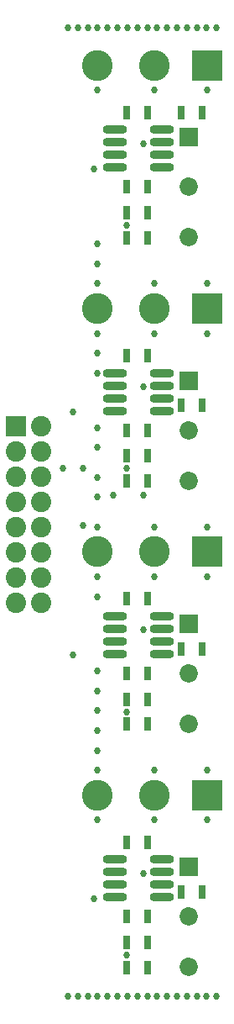
<source format=gts>
%FSLAX33Y33*%
%MOMM*%
%AMRR-H2403201-W803199-R299999-RO1.500*
21,1,0.203201,2.403201,0.,0.,90*
21,1,0.803199,1.803203,0.,0.,90*
1,1,0.599998,-0.9016015,-0.1016005*
1,1,0.599998,-0.9016015,0.1016005*
1,1,0.599998,0.9016015,0.1016005*
1,1,0.599998,0.9016015,-0.1016005*%
%AMRect-W670710-H1320710-RO1.000*
21,1,0.67071,1.32071,0.,0.,180*%
%AMRect-W3100000-H3100000-RO1.500*
21,1,3.1,3.1,0.,0.,90*%
%ADD10C,0.68834*%
%ADD11R,0.67071X1.32071*%
%ADD12RR-H2403201-W803199-R299999-RO1.500*%
%ADD13Rect-W670710-H1320710-RO1.000*%
%ADD14C,3.1*%
%ADD15Rect-W3100000-H3100000-RO1.500*%
%ADD16C,1.85*%
%ADD17R,1.85X1.85*%
%ADD18R,2.049999X2.049999*%
%ADD19C,2.049999*%
D10*
%LNtop solder mask_traces*%
G01*
X23000Y1500D03*
X16000Y99000D03*
X9500Y60345D03*
X17750Y43750D03*
X16650Y13885D03*
X18000Y1500D03*
X24000Y99000D03*
X14950Y54650D03*
X11950Y41750D03*
X11950Y58750D03*
X11950Y53750D03*
X11950Y92750D03*
X14950Y30150D03*
X11950Y19250D03*
X13550Y51920D03*
X23050Y48750D03*
X11950Y24250D03*
X17750Y24250D03*
X19000Y99000D03*
X11950Y64250D03*
X17750Y92750D03*
X23050Y73250D03*
X21000Y99000D03*
X12000Y99000D03*
X10000Y99000D03*
X11000Y99000D03*
X11950Y73250D03*
X17750Y73250D03*
X11950Y75250D03*
X15000Y1500D03*
X16000Y1500D03*
X14950Y5650D03*
X17000Y1500D03*
X16650Y51920D03*
X23050Y19250D03*
X19000Y1500D03*
X16650Y87385D03*
X16650Y62885D03*
X18000Y99000D03*
X11950Y48750D03*
X11950Y68250D03*
X10500Y48900D03*
X13000Y1500D03*
X23000Y99000D03*
X11950Y34240D03*
X11950Y26250D03*
X16650Y38385D03*
X11600Y84845D03*
X23050Y92750D03*
X11600Y11345D03*
X24000Y1500D03*
X9000Y99000D03*
X13000Y99000D03*
X17750Y68250D03*
X22000Y1500D03*
X11950Y56750D03*
X23050Y68250D03*
X20000Y99000D03*
X22000Y99000D03*
X21000Y1500D03*
X11950Y28240D03*
X23050Y43750D03*
X9000Y1500D03*
X14950Y79150D03*
X23050Y24250D03*
X15000Y99000D03*
X14000Y99000D03*
X9500Y35845D03*
X11950Y32240D03*
X11950Y77250D03*
X17750Y48750D03*
X20000Y1500D03*
X11000Y1500D03*
X11950Y30240D03*
X17750Y19250D03*
X10000Y1500D03*
X11950Y66250D03*
X11950Y43750D03*
X10500Y54650D03*
X8450Y54650D03*
X17000Y99000D03*
X12000Y1500D03*
X11950Y51750D03*
X14000Y1500D03*
%LNtop solder mask component 6f6f78eed2c1234c*%
D11*
X14950Y77900D03*
X17050Y77900D03*
%LNtop solder mask component 54b877865c8c6b60*%
D12*
X13702Y64257D03*
X13702Y62987D03*
X13702Y61717D03*
X13702Y60447D03*
X18502Y64257D03*
X18502Y62987D03*
X18502Y61717D03*
X18502Y60447D03*
%LNtop solder mask component ec987d63ba6e90ee*%
D13*
X17050Y34000D03*
X14950Y34000D03*
%LNtop solder mask component bd244cdf4675282d*%
D12*
X13702Y88757D03*
X13702Y87487D03*
X13702Y86217D03*
X13702Y84947D03*
X18502Y88757D03*
X18502Y87487D03*
X18502Y86217D03*
X18502Y84947D03*
%LNtop solder mask component 0ad7e8ae81e927d5*%
D14*
X17750Y70750D03*
X11950Y70750D03*
D15*
X23050Y70750D03*
%LNtop solder mask component 6584c5d2434b7798*%
D11*
X14950Y53400D03*
X17050Y53400D03*
%LNtop solder mask component 4844c5e462a7c31c*%
X14950Y80400D03*
X17050Y80400D03*
%LNtop solder mask component dbf8c3d461c4a214*%
X14950Y4400D03*
X17050Y4400D03*
%LNtop solder mask component 63f92f49c0d789ba*%
D16*
X21200Y77920D03*
X21200Y83000D03*
D17*
X21200Y88000D03*
%LNtop solder mask component ad66eb5f7ad9457e*%
D11*
X14950Y6900D03*
X17050Y6900D03*
%LNtop solder mask component f1d5df593f81f1a4*%
D13*
X17050Y41500D03*
X14950Y41500D03*
%LNtop solder mask component 1e8cbf461f4e0159*%
D11*
X14950Y55900D03*
X17050Y55900D03*
%LNtop solder mask component 342f6c2ee5101998*%
D18*
X3730Y58890D03*
D19*
X3730Y56350D03*
X3730Y53810D03*
X3730Y51270D03*
X3730Y48730D03*
X3730Y46190D03*
X3730Y43650D03*
X3730Y41110D03*
X6270Y58890D03*
X6270Y56350D03*
X6270Y53810D03*
X6270Y51270D03*
X6270Y48730D03*
X6270Y46190D03*
X6270Y43650D03*
X6270Y41110D03*
%LNtop solder mask component bc9c7dcd28bf355d*%
D11*
X20450Y90500D03*
X22550Y90500D03*
%LNtop solder mask component fc347e21ca2c40c2*%
D13*
X17050Y9500D03*
X14950Y9500D03*
%LNtop solder mask component a7ff6b6d77965276*%
X17050Y83000D03*
X14950Y83000D03*
%LNtop solder mask component f7b1e4ff4598025d*%
D16*
X21200Y53420D03*
X21200Y58500D03*
D17*
X21200Y63500D03*
%LNtop solder mask component 9d6c2c66087e3285*%
D14*
X17750Y95250D03*
X11950Y95250D03*
D15*
X23050Y95250D03*
%LNtop solder mask component be414f40d5ea6e4f*%
D13*
X17050Y58500D03*
X14950Y58500D03*
%LNtop solder mask component be58aacc16939a2a*%
D14*
X17750Y46250D03*
X11950Y46250D03*
D15*
X23050Y46250D03*
%LNtop solder mask component f544585fc4f1698d*%
D11*
X14950Y28900D03*
X17050Y28900D03*
%LNtop solder mask component 06eb1e308c3147ac*%
D16*
X21200Y28920D03*
X21200Y34000D03*
D17*
X21200Y39000D03*
%LNtop solder mask component 429111ad9cdb4e16*%
D14*
X17750Y21750D03*
X11950Y21750D03*
D15*
X23050Y21750D03*
%LNtop solder mask component b15d75c6ec27c82e*%
D13*
X17050Y17000D03*
X14950Y17000D03*
%LNtop solder mask component 0599ffb3c0a8959f*%
D12*
X13702Y15257D03*
X13702Y13987D03*
X13702Y12717D03*
X13702Y11447D03*
X18502Y15257D03*
X18502Y13987D03*
X18502Y12717D03*
X18502Y11447D03*
%LNtop solder mask component 800e5b6bc9c18d00*%
D13*
X17050Y66000D03*
X14950Y66000D03*
%LNtop solder mask component 92b6b987cdba25fc*%
X17050Y90500D03*
X14950Y90500D03*
%LNtop solder mask component 3a5ada01124e2b37*%
D11*
X20450Y12000D03*
X22550Y12000D03*
%LNtop solder mask component a69faa7c95684c53*%
D16*
X21200Y4420D03*
X21200Y9500D03*
D17*
X21200Y14500D03*
%LNtop solder mask component 1d86972c5e83ae7f*%
D12*
X13702Y39757D03*
X13702Y38487D03*
X13702Y37217D03*
X13702Y35947D03*
X18502Y39757D03*
X18502Y38487D03*
X18502Y37217D03*
X18502Y35947D03*
%LNtop solder mask component 889bc73f0323b172*%
D11*
X14950Y31400D03*
X17050Y31400D03*
%LNtop solder mask component dde2191bb760bfec*%
X20450Y36500D03*
X22550Y36500D03*
%LNtop solder mask component 51b9a8308e64193c*%
X20450Y61000D03*
X22550Y61000D03*
M02*
</source>
